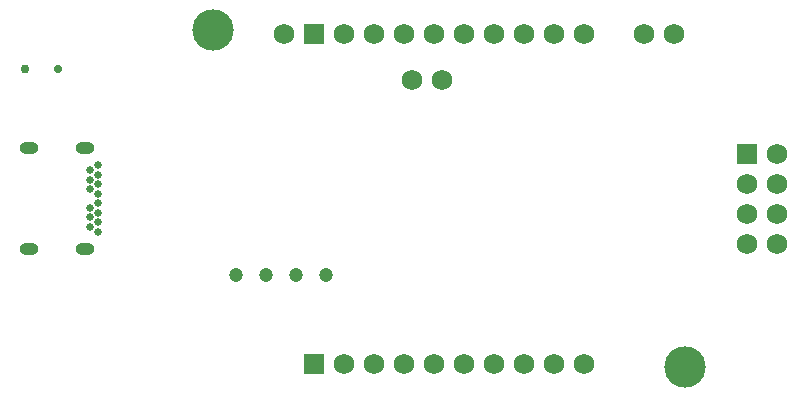
<source format=gbr>
%TF.GenerationSoftware,KiCad,Pcbnew,6.0.0*%
%TF.CreationDate,2022-09-17T11:35:24+02:00*%
%TF.ProjectId,cowprobe-rp,636f7770-726f-4626-952d-72702e6b6963,1*%
%TF.SameCoordinates,Original*%
%TF.FileFunction,Soldermask,Bot*%
%TF.FilePolarity,Negative*%
%FSLAX46Y46*%
G04 Gerber Fmt 4.6, Leading zero omitted, Abs format (unit mm)*
G04 Created by KiCad (PCBNEW 6.0.0) date 2022-09-17 11:35:24*
%MOMM*%
%LPD*%
G01*
G04 APERTURE LIST*
%ADD10C,1.750000*%
%ADD11R,1.750000X1.750000*%
%ADD12C,0.650000*%
%ADD13O,1.600000X1.000000*%
%ADD14C,3.500000*%
%ADD15C,0.750000*%
%ADD16C,0.700000*%
%ADD17C,1.198880*%
G04 APERTURE END LIST*
D10*
%TO.C,SW3*%
X145380000Y-95000000D03*
X147920000Y-95000000D03*
%TD*%
D11*
%TO.C,P4*%
X137070000Y-118970000D03*
D10*
X139610000Y-118970000D03*
X142150000Y-118970000D03*
X144690000Y-118970000D03*
X147230000Y-118970000D03*
X149770000Y-118970000D03*
X152310000Y-118970000D03*
X154850000Y-118970000D03*
X157390000Y-118970000D03*
X159930000Y-118970000D03*
%TD*%
D11*
%TO.C,P3*%
X137070000Y-91030000D03*
D10*
X139610000Y-91030000D03*
X142150000Y-91030000D03*
X144690000Y-91030000D03*
X147230000Y-91030000D03*
X149770000Y-91030000D03*
X152310000Y-91030000D03*
X154850000Y-91030000D03*
X157390000Y-91030000D03*
X159930000Y-91030000D03*
%TD*%
D11*
%TO.C,P2*%
X173730000Y-101190000D03*
D10*
X176270000Y-101190000D03*
X173730000Y-103730000D03*
X176270000Y-103730000D03*
X173730000Y-106270000D03*
X176270000Y-106270000D03*
X173730000Y-108810000D03*
X176270000Y-108810000D03*
%TD*%
%TO.C,P6*%
X165010000Y-91030000D03*
X167550000Y-91030000D03*
%TD*%
D12*
%TO.C,P1*%
X118760000Y-107800000D03*
X118110000Y-107400000D03*
X118110000Y-106600000D03*
X118760000Y-106200000D03*
X118110000Y-105800000D03*
X118760000Y-105400000D03*
X118760000Y-104600000D03*
X118110000Y-104200000D03*
X118760000Y-103800000D03*
X118110000Y-103400000D03*
X118110000Y-102600000D03*
X118760000Y-102200000D03*
X118760000Y-107000000D03*
X118760000Y-103000000D03*
D13*
X112930000Y-109270000D03*
X112930000Y-100730000D03*
X117660000Y-109270000D03*
X117660000Y-100730000D03*
%TD*%
D14*
%TO.C,FIX1*%
X128500000Y-90750000D03*
%TD*%
D15*
%TO.C,SW1*%
X112625000Y-94000000D03*
D16*
X115375000Y-94000000D03*
%TD*%
D14*
%TO.C,FIX2*%
X168500000Y-119250000D03*
%TD*%
D10*
%TO.C,P5*%
X134540000Y-91030000D03*
%TD*%
D17*
%TO.C,TP3*%
X138130000Y-111500000D03*
%TD*%
%TO.C,TP6*%
X130510000Y-111500000D03*
%TD*%
%TO.C,TP4*%
X133050000Y-111500000D03*
%TD*%
%TO.C,TP5*%
X135590000Y-111500000D03*
%TD*%
M02*

</source>
